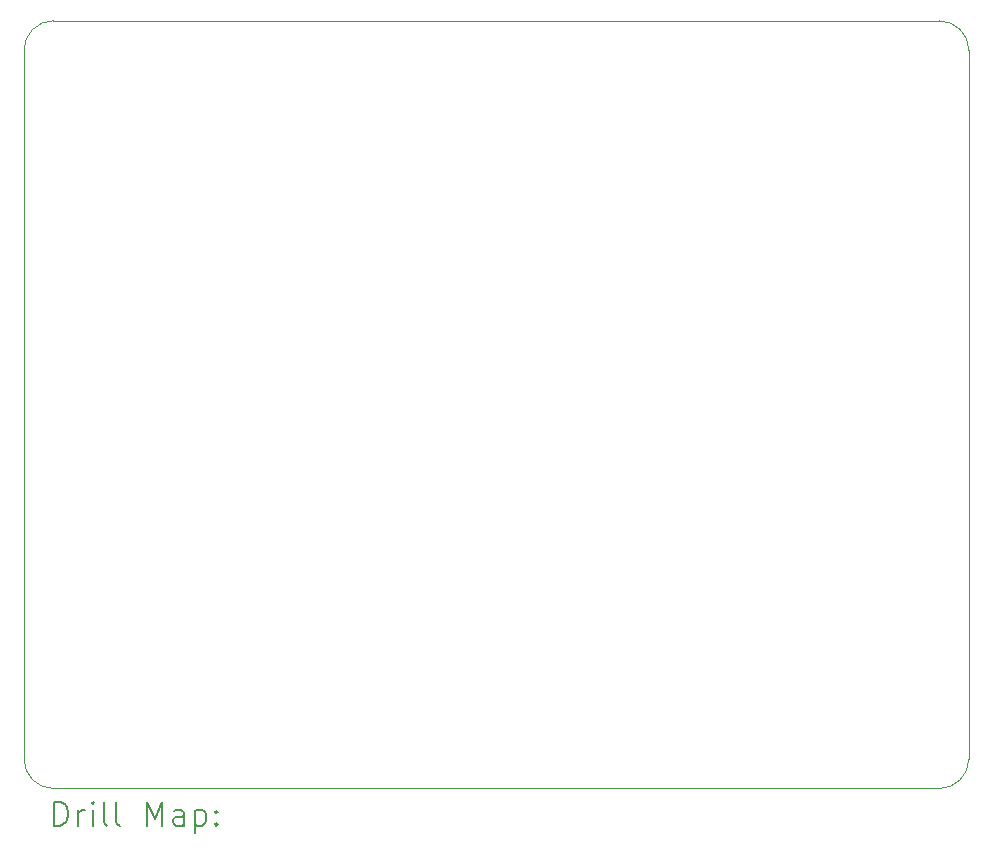
<source format=gbr>
%TF.GenerationSoftware,KiCad,Pcbnew,8.0.3-8.0.3-0~ubuntu22.04.1*%
%TF.CreationDate,2024-08-07T12:57:56+03:00*%
%TF.ProjectId,control_body,636f6e74-726f-46c5-9f62-6f64792e6b69,rev?*%
%TF.SameCoordinates,Original*%
%TF.FileFunction,Drillmap*%
%TF.FilePolarity,Positive*%
%FSLAX45Y45*%
G04 Gerber Fmt 4.5, Leading zero omitted, Abs format (unit mm)*
G04 Created by KiCad (PCBNEW 8.0.3-8.0.3-0~ubuntu22.04.1) date 2024-08-07 12:57:56*
%MOMM*%
%LPD*%
G01*
G04 APERTURE LIST*
%ADD10C,0.050000*%
%ADD11C,0.200000*%
G04 APERTURE END LIST*
D10*
X11000000Y-6250000D02*
X18500000Y-6250000D01*
X11000000Y-12750000D02*
G75*
G02*
X10750000Y-12500000I0J250000D01*
G01*
X10750000Y-6500000D02*
G75*
G02*
X11000000Y-6250000I250000J0D01*
G01*
X10750000Y-12500000D02*
X10750000Y-6500000D01*
X18500000Y-6250000D02*
G75*
G02*
X18750000Y-6500000I0J-250000D01*
G01*
X18500000Y-12750000D02*
X11000000Y-12750000D01*
X18750000Y-12500000D02*
G75*
G02*
X18500000Y-12750000I-250000J0D01*
G01*
X18750000Y-6500000D02*
X18750000Y-12500000D01*
D11*
X11008277Y-13063984D02*
X11008277Y-12863984D01*
X11008277Y-12863984D02*
X11055896Y-12863984D01*
X11055896Y-12863984D02*
X11084467Y-12873508D01*
X11084467Y-12873508D02*
X11103515Y-12892555D01*
X11103515Y-12892555D02*
X11113039Y-12911603D01*
X11113039Y-12911603D02*
X11122563Y-12949698D01*
X11122563Y-12949698D02*
X11122563Y-12978269D01*
X11122563Y-12978269D02*
X11113039Y-13016365D01*
X11113039Y-13016365D02*
X11103515Y-13035412D01*
X11103515Y-13035412D02*
X11084467Y-13054460D01*
X11084467Y-13054460D02*
X11055896Y-13063984D01*
X11055896Y-13063984D02*
X11008277Y-13063984D01*
X11208277Y-13063984D02*
X11208277Y-12930650D01*
X11208277Y-12968746D02*
X11217801Y-12949698D01*
X11217801Y-12949698D02*
X11227324Y-12940174D01*
X11227324Y-12940174D02*
X11246372Y-12930650D01*
X11246372Y-12930650D02*
X11265420Y-12930650D01*
X11332086Y-13063984D02*
X11332086Y-12930650D01*
X11332086Y-12863984D02*
X11322562Y-12873508D01*
X11322562Y-12873508D02*
X11332086Y-12883031D01*
X11332086Y-12883031D02*
X11341610Y-12873508D01*
X11341610Y-12873508D02*
X11332086Y-12863984D01*
X11332086Y-12863984D02*
X11332086Y-12883031D01*
X11455896Y-13063984D02*
X11436848Y-13054460D01*
X11436848Y-13054460D02*
X11427324Y-13035412D01*
X11427324Y-13035412D02*
X11427324Y-12863984D01*
X11560658Y-13063984D02*
X11541610Y-13054460D01*
X11541610Y-13054460D02*
X11532086Y-13035412D01*
X11532086Y-13035412D02*
X11532086Y-12863984D01*
X11789229Y-13063984D02*
X11789229Y-12863984D01*
X11789229Y-12863984D02*
X11855896Y-13006841D01*
X11855896Y-13006841D02*
X11922562Y-12863984D01*
X11922562Y-12863984D02*
X11922562Y-13063984D01*
X12103515Y-13063984D02*
X12103515Y-12959222D01*
X12103515Y-12959222D02*
X12093991Y-12940174D01*
X12093991Y-12940174D02*
X12074943Y-12930650D01*
X12074943Y-12930650D02*
X12036848Y-12930650D01*
X12036848Y-12930650D02*
X12017801Y-12940174D01*
X12103515Y-13054460D02*
X12084467Y-13063984D01*
X12084467Y-13063984D02*
X12036848Y-13063984D01*
X12036848Y-13063984D02*
X12017801Y-13054460D01*
X12017801Y-13054460D02*
X12008277Y-13035412D01*
X12008277Y-13035412D02*
X12008277Y-13016365D01*
X12008277Y-13016365D02*
X12017801Y-12997317D01*
X12017801Y-12997317D02*
X12036848Y-12987793D01*
X12036848Y-12987793D02*
X12084467Y-12987793D01*
X12084467Y-12987793D02*
X12103515Y-12978269D01*
X12198753Y-12930650D02*
X12198753Y-13130650D01*
X12198753Y-12940174D02*
X12217801Y-12930650D01*
X12217801Y-12930650D02*
X12255896Y-12930650D01*
X12255896Y-12930650D02*
X12274943Y-12940174D01*
X12274943Y-12940174D02*
X12284467Y-12949698D01*
X12284467Y-12949698D02*
X12293991Y-12968746D01*
X12293991Y-12968746D02*
X12293991Y-13025888D01*
X12293991Y-13025888D02*
X12284467Y-13044936D01*
X12284467Y-13044936D02*
X12274943Y-13054460D01*
X12274943Y-13054460D02*
X12255896Y-13063984D01*
X12255896Y-13063984D02*
X12217801Y-13063984D01*
X12217801Y-13063984D02*
X12198753Y-13054460D01*
X12379705Y-13044936D02*
X12389229Y-13054460D01*
X12389229Y-13054460D02*
X12379705Y-13063984D01*
X12379705Y-13063984D02*
X12370182Y-13054460D01*
X12370182Y-13054460D02*
X12379705Y-13044936D01*
X12379705Y-13044936D02*
X12379705Y-13063984D01*
X12379705Y-12940174D02*
X12389229Y-12949698D01*
X12389229Y-12949698D02*
X12379705Y-12959222D01*
X12379705Y-12959222D02*
X12370182Y-12949698D01*
X12370182Y-12949698D02*
X12379705Y-12940174D01*
X12379705Y-12940174D02*
X12379705Y-12959222D01*
M02*

</source>
